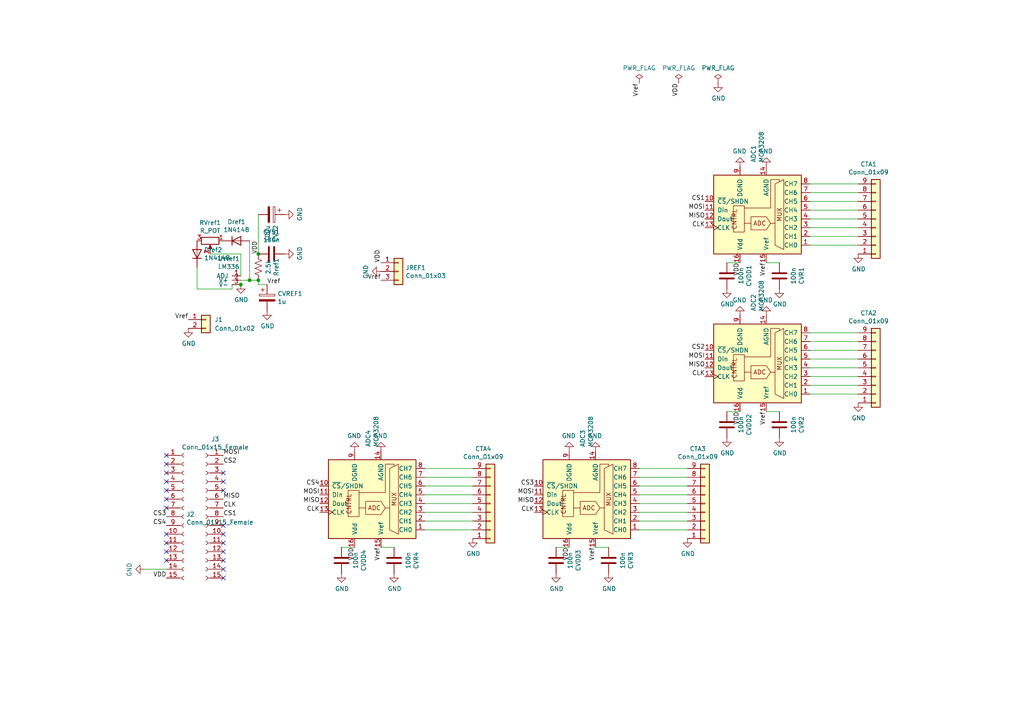
<source format=kicad_sch>
(kicad_sch (version 20231120) (generator "eeschema") (generator_version "8.0")
  (paper "A4")
  (lib_symbols
    (symbol "Analog_ADC:MCP3208" (pin_names (offset 1.016))
      (property "Reference" "U" (at -5.08 13.335 0))
      (property "Value" "MCP3208" (at -5.08 11.43 0))
      (symbol "MCP3208_0_0"
        (text "ADC" (at -0.635 1.27 0) (effects (font (size 1.27 1.27))))
        (text "CNTRL" (at 5.969 -2.921 900) (effects (font (size 1.27 1.27)) (justify left bottom)))
        (text "MUX" (at -6.35 -1.27 900) (effects (font (size 1.27 1.27))))
      )
      (symbol "MCP3208_0_1"
        (polyline (pts (xy -3.81 1.27) (xy -5.08 1.27)))
        (polyline (pts (xy 1.905 1.27) (xy 3.81 1.27)))
        (polyline (pts (xy -7.62 8.89) (xy -7.62 -11.43) (xy -5.08 -10.16) (xy -5.08 7.62) (xy -7.62 8.89)))
        (polyline (pts (xy 3.81 -3.175) (xy -3.81 -3.175) (xy -3.81 -11.43) (xy -6.35 -11.43) (xy -6.35 -10.795)))
        (polyline (pts (xy 1.905 3.175) (xy 1.905 -0.635) (xy -2.54 -0.635) (xy -3.81 1.27) (xy -2.54 3.175) (xy 1.905 3.175)))
        (rectangle (start 3.81 -3.81) (end 6.985 3.81))
        (rectangle (start 12.7 -12.7) (end -12.7 10.16) (stroke (width 0.254)) (fill (type background)))
      )
      (symbol "MCP3208_1_1"
        (pin input line (at -15.24 7.62 0) (length 2.54) (name "CH0") (number "1"))
        (pin input line (at 15.24 -5.08 180) (length 2.54) (name "~{CS}/SHDN") (number "10"))
        (pin input line (at 15.24 -2.54 180) (length 2.54) (name "Din") (number "11"))
        (pin output line (at 15.24 0 180) (length 2.54) (name "Dout") (number "12"))
        (pin input clock (at 15.24 2.54 180) (length 2.54) (name "CLK") (number "13"))
        (pin power_in line (at -2.54 -15.24 90) (length 2.54) (name "AGND") (number "14"))
        (pin power_in line (at -2.54 12.7 270) (length 2.54) (name "Vref") (number "15"))
        (pin power_in line (at 5.08 12.7 270) (length 2.54) (name "Vdd") (number "16"))
        (pin input line (at -15.24 5.08 0) (length 2.54) (name "CH1") (number "2"))
        (pin input line (at -15.24 2.54 0) (length 2.54) (name "CH2") (number "3"))
        (pin input line (at -15.24 0 0) (length 2.54) (name "CH3") (number "4"))
        (pin input line (at -15.24 -2.54 0) (length 2.54) (name "CH4") (number "5"))
        (pin input line (at -15.24 -5.08 0) (length 2.54) (name "CH5") (number "6"))
        (pin input line (at -15.24 -7.62 0) (length 2.54) (name "CH6") (number "7"))
        (pin input line (at -15.24 -10.16 0) (length 2.54) (name "CH7") (number "8"))
        (pin power_in line (at 5.08 -15.24 90) (length 2.54) (name "DGND") (number "9"))
      )
    )
    (symbol "Connector_Generic:Conn_01x02" (pin_names (offset 1.016) hide)
      (property "Reference" "J" (at 0 2.54 0))
      (property "Value" "Conn_01x02" (at 0 -5.08 0))
      (symbol "Conn_01x02_1_1"
        (rectangle (start -1.27 -2.413) (end 0 -2.667) (stroke (width 0.1524)))
        (rectangle (start -1.27 0.127) (end 0 -0.127) (stroke (width 0.1524)))
        (rectangle (start -1.27 1.27) (end 1.27 -3.81) (stroke (width 0.254)) (fill (type background)))
        (pin passive line (at -5.08 0 0) (length 3.81) (name "Pin_1") (number "1"))
        (pin passive line (at -5.08 -2.54 0) (length 3.81) (name "Pin_2") (number "2"))
      )
    )
    (symbol "Connector_Generic:Conn_01x03" (pin_names (offset 1.016) hide)
      (property "Reference" "J" (at 0 5.08 0))
      (property "Value" "Conn_01x03" (at 0 -5.08 0))
      (symbol "Conn_01x03_1_1"
        (rectangle (start -1.27 -2.413) (end 0 -2.667) (stroke (width 0.1524)))
        (rectangle (start -1.27 0.127) (end 0 -0.127) (stroke (width 0.1524)))
        (rectangle (start -1.27 2.667) (end 0 2.413) (stroke (width 0.1524)))
        (rectangle (start -1.27 3.81) (end 1.27 -3.81) (stroke (width 0.254)) (fill (type background)))
        (pin passive line (at -5.08 2.54 0) (length 3.81) (name "Pin_1") (number "1"))
        (pin passive line (at -5.08 0 0) (length 3.81) (name "Pin_2") (number "2"))
        (pin passive line (at -5.08 -2.54 0) (length 3.81) (name "Pin_3") (number "3"))
      )
    )
    (symbol "Connector_Generic:Conn_01x09" (pin_names (offset 1.016) hide)
      (property "Reference" "J" (at 0 12.7 0))
      (property "Value" "Conn_01x09" (at 0 -12.7 0))
      (symbol "Conn_01x09_1_1"
        (rectangle (start -1.27 -10.033) (end 0 -10.287) (stroke (width 0.1524)))
        (rectangle (start -1.27 -7.493) (end 0 -7.747) (stroke (width 0.1524)))
        (rectangle (start -1.27 -4.953) (end 0 -5.207) (stroke (width 0.1524)))
        (rectangle (start -1.27 -2.413) (end 0 -2.667) (stroke (width 0.1524)))
        (rectangle (start -1.27 0.127) (end 0 -0.127) (stroke (width 0.1524)))
        (rectangle (start -1.27 2.667) (end 0 2.413) (stroke (width 0.1524)))
        (rectangle (start -1.27 5.207) (end 0 4.953) (stroke (width 0.1524)))
        (rectangle (start -1.27 7.747) (end 0 7.493) (stroke (width 0.1524)))
        (rectangle (start -1.27 10.287) (end 0 10.033) (stroke (width 0.1524)))
        (rectangle (start -1.27 11.43) (end 1.27 -11.43) (stroke (width 0.254)) (fill (type background)))
        (pin passive line (at -5.08 10.16 0) (length 3.81) (name "Pin_1") (number "1"))
        (pin passive line (at -5.08 7.62 0) (length 3.81) (name "Pin_2") (number "2"))
        (pin passive line (at -5.08 5.08 0) (length 3.81) (name "Pin_3") (number "3"))
        (pin passive line (at -5.08 2.54 0) (length 3.81) (name "Pin_4") (number "4"))
        (pin passive line (at -5.08 0 0) (length 3.81) (name "Pin_5") (number "5"))
        (pin passive line (at -5.08 -2.54 0) (length 3.81) (name "Pin_6") (number "6"))
        (pin passive line (at -5.08 -5.08 0) (length 3.81) (name "Pin_7") (number "7"))
        (pin passive line (at -5.08 -7.62 0) (length 3.81) (name "Pin_8") (number "8"))
        (pin passive line (at -5.08 -10.16 0) (length 3.81) (name "Pin_9") (number "9"))
      )
    )
    (symbol "Device:C" (pin_numbers hide) (pin_names (offset 0.254))
      (property "Reference" "C" (at 0.635 2.54 0))
      (property "Value" "C" (at 0.635 -2.54 0))
      (symbol "C_0_1"
        (polyline (pts (xy -2.032 -0.762) (xy 2.032 -0.762)) (stroke (width 0.508)))
        (polyline (pts (xy -2.032 0.762) (xy 2.032 0.762)) (stroke (width 0.508)))
      )
      (symbol "C_1_1"
        (pin passive line (at 0 3.81 270) (length 2.794) (name "~") (number "1"))
        (pin passive line (at 0 -3.81 90) (length 2.794) (name "~") (number "2"))
      )
    )
    (symbol "Device:R_US" (pin_numbers hide) (pin_names (offset 0))
      (property "Reference" "R" (at 2.54 0 90))
      (property "Value" "R_US" (at -2.54 0 90))
      (symbol "R_US_0_1"
        (polyline (pts (xy 0 -2.286) (xy 0 -2.54)))
        (polyline (pts (xy 0 2.286) (xy 0 2.54)))
        (polyline (pts (xy 0 -0.762) (xy 1.016 -1.143) (xy 0 -1.524) (xy -1.016 -1.905) (xy 0 -2.286)))
        (polyline (pts (xy 0 0.762) (xy 1.016 0.381) (xy 0 0) (xy -1.016 -0.381) (xy 0 -0.762)))
        (polyline (pts (xy 0 2.286) (xy 1.016 1.905) (xy 0 1.524) (xy -1.016 1.143) (xy 0 0.762)))
      )
      (symbol "R_US_1_1"
        (pin passive line (at 0 3.81 270) (length 1.27) (name "~") (number "1"))
        (pin passive line (at 0 -3.81 90) (length 1.27) (name "~") (number "2"))
      )
    )
    (symbol "Diode:1N4148" (pin_numbers hide) (pin_names hide)
      (property "Reference" "D" (at 0 2.54 0))
      (property "Value" "1N4148" (at 0 -2.54 0))
      (symbol "1N4148_0_1"
        (polyline (pts (xy -1.27 1.27) (xy -1.27 -1.27)) (stroke (width 0.254)))
        (polyline (pts (xy 1.27 0) (xy -1.27 0)))
        (polyline (pts (xy 1.27 1.27) (xy 1.27 -1.27) (xy -1.27 0) (xy 1.27 1.27)) (stroke (width 0.254)))
      )
      (symbol "1N4148_1_1"
        (pin passive line (at -3.81 0 0) (length 2.54) (name "K") (number "1"))
        (pin passive line (at 3.81 0 180) (length 2.54) (name "A") (number "2"))
      )
    )
    (symbol "espmcpdaq-rescue:CP-Device" (pin_numbers hide) (pin_names (offset 0.254))
      (property "Reference" "C" (at 0.635 2.54 0))
      (property "Value" "Device_CP" (at 0.635 -2.54 0))
      (symbol "CP-Device_0_1"
        (rectangle (start -2.286 0.508) (end 2.286 1.016))
        (polyline (pts (xy -1.778 2.286) (xy -0.762 2.286)))
        (polyline (pts (xy -1.27 2.794) (xy -1.27 1.778)))
        (rectangle (start 2.286 -0.508) (end -2.286 -1.016) (fill (type outline)))
      )
      (symbol "CP-Device_1_1"
        (pin passive line (at 0 3.81 270) (length 2.794) (name "~") (number "1"))
        (pin passive line (at 0 -3.81 90) (length 2.794) (name "~") (number "2"))
      )
    )
    (symbol "espmcpdaq-rescue:Conn_01x15_Female-Connector" (pin_names (offset 1.016) hide)
      (property "Reference" "J" (at 0 20.32 0))
      (property "Value" "Connector_Conn_01x15_Female" (at 0 -20.32 0))
      (symbol "Conn_01x15_Female-Connector_1_1"
        (arc (start 0 -17.272) (mid -0.508 -17.78) (end 0 -18.288) (stroke (width 0.1524)))
        (arc (start 0 -14.732) (mid -0.508 -15.24) (end 0 -15.748) (stroke (width 0.1524)))
        (arc (start 0 -12.192) (mid -0.508 -12.7) (end 0 -13.208) (stroke (width 0.1524)))
        (arc (start 0 -9.652) (mid -0.508 -10.16) (end 0 -10.668) (stroke (width 0.1524)))
        (arc (start 0 -7.112) (mid -0.508 -7.62) (end 0 -8.128) (stroke (width 0.1524)))
        (arc (start 0 -4.572) (mid -0.508 -5.08) (end 0 -5.588) (stroke (width 0.1524)))
        (arc (start 0 -2.032) (mid -0.508 -2.54) (end 0 -3.048) (stroke (width 0.1524)))
        (polyline (pts (xy -1.27 -17.78) (xy -0.508 -17.78)) (stroke (width 0.1524)))
        (polyline (pts (xy -1.27 -15.24) (xy -0.508 -15.24)) (stroke (width 0.1524)))
        (polyline (pts (xy -1.27 -12.7) (xy -0.508 -12.7)) (stroke (width 0.1524)))
        (polyline (pts (xy -1.27 -10.16) (xy -0.508 -10.16)) (stroke (width 0.1524)))
        (polyline (pts (xy -1.27 -7.62) (xy -0.508 -7.62)) (stroke (width 0.1524)))
        (polyline (pts (xy -1.27 -5.08) (xy -0.508 -5.08)) (stroke (width 0.1524)))
        (polyline (pts (xy -1.27 -2.54) (xy -0.508 -2.54)) (stroke (width 0.1524)))
        (polyline (pts (xy -1.27 0) (xy -0.508 0)) (stroke (width 0.1524)))
        (polyline (pts (xy -1.27 2.54) (xy -0.508 2.54)) (stroke (width 0.1524)))
        (polyline (pts (xy -1.27 5.08) (xy -0.508 5.08)) (stroke (width 0.1524)))
        (polyline (pts (xy -1.27 7.62) (xy -0.508 7.62)) (stroke (width 0.1524)))
        (polyline (pts (xy -1.27 10.16) (xy -0.508 10.16)) (stroke (width 0.1524)))
        (polyline (pts (xy -1.27 12.7) (xy -0.508 12.7)) (stroke (width 0.1524)))
        (polyline (pts (xy -1.27 15.24) (xy -0.508 15.24)) (stroke (width 0.1524)))
        (polyline (pts (xy -1.27 17.78) (xy -0.508 17.78)) (stroke (width 0.1524)))
        (arc (start 0 0.508) (mid -0.508 0) (end 0 -0.508) (stroke (width 0.1524)))
        (arc (start 0 3.048) (mid -0.508 2.54) (end 0 2.032) (stroke (width 0.1524)))
        (arc (start 0 5.588) (mid -0.508 5.08) (end 0 4.572) (stroke (width 0.1524)))
        (arc (start 0 8.128) (mid -0.508 7.62) (end 0 7.112) (stroke (width 0.1524)))
        (arc (start 0 10.668) (mid -0.508 10.16) (end 0 9.652) (stroke (width 0.1524)))
        (arc (start 0 13.208) (mid -0.508 12.7) (end 0 12.192) (stroke (width 0.1524)))
        (arc (start 0 15.748) (mid -0.508 15.24) (end 0 14.732) (stroke (width 0.1524)))
        (arc (start 0 18.288) (mid -0.508 17.78) (end 0 17.272) (stroke (width 0.1524)))
        (pin passive line (at -5.08 17.78 0) (length 3.81) (name "Pin_1") (number "1"))
        (pin passive line (at -5.08 -5.08 0) (length 3.81) (name "Pin_10") (number "10"))
        (pin passive line (at -5.08 -7.62 0) (length 3.81) (name "Pin_11") (number "11"))
        (pin passive line (at -5.08 -10.16 0) (length 3.81) (name "Pin_12") (number "12"))
        (pin passive line (at -5.08 -12.7 0) (length 3.81) (name "Pin_13") (number "13"))
        (pin passive line (at -5.08 -15.24 0) (length 3.81) (name "Pin_14") (number "14"))
        (pin passive line (at -5.08 -17.78 0) (length 3.81) (name "Pin_15") (number "15"))
        (pin passive line (at -5.08 15.24 0) (length 3.81) (name "Pin_2") (number "2"))
        (pin passive line (at -5.08 12.7 0) (length 3.81) (name "Pin_3") (number "3"))
        (pin passive line (at -5.08 10.16 0) (length 3.81) (name "Pin_4") (number "4"))
        (pin passive line (at -5.08 7.62 0) (length 3.81) (name "Pin_5") (number "5"))
        (pin passive line (at -5.08 5.08 0) (length 3.81) (name "Pin_6") (number "6"))
        (pin passive line (at -5.08 2.54 0) (length 3.81) (name "Pin_7") (number "7"))
        (pin passive line (at -5.08 0 0) (length 3.81) (name "Pin_8") (number "8"))
        (pin passive line (at -5.08 -2.54 0) (length 3.81) (name "Pin_9") (number "9"))
      )
    )
    (symbol "espmcpdaq-rescue:GND-power" (power) (pin_names (offset 0))
      (property "Value" "power_GND" (at 0 -3.81 0))
      (symbol "GND-power_0_1"
        (polyline (pts (xy 0 0) (xy 0 -1.27) (xy 1.27 -1.27) (xy 0 -2.54) (xy -1.27 -1.27) (xy 0 -1.27)))
      )
      (symbol "GND-power_1_1"
        (pin power_in line (at 0 0 270) (length 0) hide (name "GND") (number "1"))
      )
    )
    (symbol "espmcpdaq-rescue:LM336-lm336" (pin_names (offset 1.016))
      (property "Reference" "U" (at 0 0 0))
      (property "Value" "lm336_LM336" (at -1.27 5.08 0))
      (symbol "LM336-lm336_0_0"
        (pin unspecified line (at 0 0 0) (length 2.54) (name "ADJ") (number "1"))
        (pin unspecified line (at 0 1.27 0) (length 2.54) (name "V+") (number "2"))
        (pin unspecified line (at 0 2.54 0) (length 2.54) (name "V-") (number "3"))
      )
    )
    (symbol "espmcpdaq-rescue:PWR_FLAG-power" (power) (pin_numbers hide) (pin_names (offset 0) hide)
      (property "Value" "power_PWR_FLAG" (at 0 3.81 0))
      (symbol "PWR_FLAG-power_0_0"
        (pin power_out line (at 0 0 90) (length 0) (name "pwr") (number "1"))
      )
      (symbol "PWR_FLAG-power_0_1"
        (polyline (pts (xy 0 0) (xy 0 1.27) (xy -1.016 1.905) (xy 0 2.54) (xy 1.016 1.905) (xy 0 1.27)))
      )
    )
    (symbol "espmcpdaq-rescue:R_POT-Device" (pin_names (offset 1.016) hide)
      (property "Reference" "RV" (at -4.445 0 90))
      (property "Value" "Device_R_POT" (at -2.54 0 90))
      (symbol "R_POT-Device_0_1"
        (polyline (pts (xy 2.54 0) (xy 1.524 0)))
        (polyline (pts (xy 1.143 0) (xy 2.286 0.508) (xy 2.286 -0.508) (xy 1.143 0)) (fill (type outline)))
        (rectangle (start 1.016 2.54) (end -1.016 -2.54) (stroke (width 0.254)))
      )
      (symbol "R_POT-Device_1_1"
        (pin passive line (at 0 3.81 270) (length 1.27) (name "1") (number "1"))
        (pin passive line (at 3.81 0 180) (length 1.27) (name "2") (number "2"))
        (pin passive line (at 0 -3.81 90) (length 1.27) (name "3") (number "3"))
      )
    )
  )
  (junction (at 74.93 81.28))
  (junction (at 69.85 82.55))
  (junction (at 74.93 73.66))
  (junction (at 72.39 81.28))
  (no_connect (at 64.77 137.16))
  (no_connect (at 64.77 160.02))
  (no_connect (at 64.77 154.94))
  (no_connect (at 64.77 142.24))
  (no_connect (at 48.26 157.48))
  (no_connect (at 48.26 134.62))
  (no_connect (at 64.77 162.56))
  (no_connect (at 48.26 147.32))
  (no_connect (at 64.77 152.4))
  (no_connect (at 48.26 132.08))
  (no_connect (at 48.26 139.7))
  (no_connect (at 48.26 142.24))
  (no_connect (at 48.26 154.94))
  (no_connect (at 64.77 139.7))
  (no_connect (at 64.77 157.48))
  (no_connect (at 48.26 160.02))
  (no_connect (at 48.26 162.56))
  (no_connect (at 48.26 144.78))
  (no_connect (at 64.77 167.64))
  (no_connect (at 64.77 165.1))
  (no_connect (at 48.26 137.16))
  (wire (pts (xy 234.95 111.76) (xy 248.92 111.76)))
  (wire (pts (xy 72.39 69.85) (xy 72.39 81.28)))
  (wire (pts (xy 67.31 83.82) (xy 67.31 82.55)))
  (wire (pts (xy 72.39 81.28) (xy 74.93 81.28)))
  (wire (pts (xy 234.95 55.88) (xy 248.92 55.88)))
  (wire (pts (xy 234.95 60.96) (xy 248.92 60.96)))
  (wire (pts (xy 234.95 71.12) (xy 248.92 71.12)))
  (wire (pts (xy 74.93 81.28) (xy 74.93 82.55)))
  (wire (pts (xy 74.93 82.55) (xy 77.47 82.55)))
  (wire (pts (xy 57.15 83.82) (xy 67.31 83.82)))
  (wire (pts (xy 123.19 153.67) (xy 137.16 153.67)))
  (wire (pts (xy 185.42 146.05) (xy 199.39 146.05)))
  (wire (pts (xy 234.95 109.22) (xy 248.92 109.22)))
  (wire (pts (xy 123.19 151.13) (xy 137.16 151.13)))
  (wire (pts (xy 185.42 143.51) (xy 199.39 143.51)))
  (wire (pts (xy 234.95 101.6) (xy 248.92 101.6)))
  (wire (pts (xy 234.95 106.68) (xy 248.92 106.68)))
  (wire (pts (xy 67.31 82.55) (xy 69.85 82.55)))
  (wire (pts (xy 234.95 66.04) (xy 248.92 66.04)))
  (wire (pts (xy 123.19 148.59) (xy 137.16 148.59)))
  (wire (pts (xy 69.85 73.66) (xy 60.96 73.66)))
  (wire (pts (xy 210.82 76.2) (xy 214.63 76.2)))
  (wire (pts (xy 185.42 151.13) (xy 199.39 151.13)))
  (wire (pts (xy 185.42 138.43) (xy 199.39 138.43)))
  (wire (pts (xy 234.95 96.52) (xy 248.92 96.52)))
  (wire (pts (xy 234.95 63.5) (xy 248.92 63.5)))
  (wire (pts (xy 234.95 114.3) (xy 248.92 114.3)))
  (wire (pts (xy 161.29 158.75) (xy 165.1 158.75)))
  (wire (pts (xy 185.42 135.89) (xy 199.39 135.89)))
  (wire (pts (xy 69.85 80.01) (xy 69.85 73.66)))
  (wire (pts (xy 226.06 119.38) (xy 222.25 119.38)))
  (wire (pts (xy 123.19 143.51) (xy 137.16 143.51)))
  (wire (pts (xy 99.06 158.75) (xy 102.87 158.75)))
  (wire (pts (xy 234.95 104.14) (xy 248.92 104.14)))
  (wire (pts (xy 234.95 58.42) (xy 248.92 58.42)))
  (wire (pts (xy 185.42 140.97) (xy 199.39 140.97)))
  (wire (pts (xy 123.19 135.89) (xy 137.16 135.89)))
  (wire (pts (xy 74.93 73.66) (xy 74.93 62.23)))
  (wire (pts (xy 123.19 138.43) (xy 137.16 138.43)))
  (wire (pts (xy 57.15 77.47) (xy 57.15 83.82)))
  (wire (pts (xy 185.42 148.59) (xy 199.39 148.59)))
  (wire (pts (xy 234.95 68.58) (xy 248.92 68.58)))
  (wire (pts (xy 123.19 146.05) (xy 137.16 146.05)))
  (wire (pts (xy 185.42 153.67) (xy 199.39 153.67)))
  (wire (pts (xy 210.82 119.38) (xy 214.63 119.38)))
  (wire (pts (xy 41.91 165.1) (xy 48.26 165.1)))
  (wire (pts (xy 69.85 81.28) (xy 72.39 81.28)))
  (wire (pts (xy 123.19 140.97) (xy 137.16 140.97)))
  (wire (pts (xy 114.3 158.75) (xy 110.49 158.75)))
  (wire (pts (xy 234.95 99.06) (xy 248.92 99.06)))
  (wire (pts (xy 234.95 53.34) (xy 248.92 53.34)))
  (wire (pts (xy 226.06 76.2) (xy 222.25 76.2)))
  (wire (pts (xy 176.53 158.75) (xy 172.72 158.75)))
  (label "Vref" (at 222.25 119.38 270))
  (label "MISO" (at 154.94 146.05 180))
  (label "VDD" (at 74.93 73.66 90))
  (label "CS2" (at 204.47 101.6 180))
  (label "MOSI" (at 92.71 143.51 180))
  (label "CLK" (at 154.94 148.59 180))
  (label "MISO" (at 64.77 144.78 0))
  (label "MISO" (at 204.47 106.68 180))
  (label "CLK" (at 204.47 66.04 180))
  (label "CLK" (at 204.47 109.22 180))
  (label "CS4" (at 92.71 140.97 180))
  (label "CS1" (at 204.47 58.42 180))
  (label "CS3" (at 154.94 140.97 180))
  (label "VDD" (at 214.63 119.38 270))
  (label "MOSI" (at 154.94 143.51 180))
  (label "Vref" (at 110.49 81.28 180))
  (label "MOSI" (at 64.77 132.08 0))
  (label "CS1" (at 64.77 149.86 0))
  (label "MOSI" (at 204.47 104.14 180))
  (label "VDD" (at 110.49 76.2 90))
  (label "VDD" (at 165.1 158.75 270))
  (label "Vref" (at 110.49 158.75 270))
  (label "Vref" (at 185.42 24.13 270))
  (label "Vref" (at 77.47 82.55 0))
  (label "Vref" (at 54.61 92.71 180))
  (label "VDD" (at 102.87 158.75 270))
  (label "CS4" (at 48.26 152.4 180))
  (label "Vref" (at 172.72 158.75 270))
  (label "VDD" (at 196.85 24.13 270))
  (label "VDD" (at 214.63 76.2 270))
  (label "MOSI" (at 204.47 60.96 180))
  (label "CS2" (at 64.77 134.62 0))
  (label "VDD" (at 48.26 167.64 180))
  (label "Vref" (at 222.25 76.2 270))
  (label "MISO" (at 92.71 146.05 180))
  (label "CLK" (at 64.77 147.32 0))
  (label "MISO" (at 204.47 63.5 180))
  (label "CS3" (at 48.26 149.86 180))
  (label "CLK" (at 92.71 148.59 180))
  (symbol (lib_id "espmcpdaq-rescue:PWR_FLAG-power") (at 208.28 24.13 0) (unit 1)
    (property "Reference" "#FLG0102" (effects (hide yes)))
    (property "Value" "PWR_FLAG" (at 208.28 19.7358 0))
  )
  (symbol (lib_id "espmcpdaq-rescue:GND-power") (at 208.28 24.13 0) (unit 1)
    (property "Reference" "#PWR0111" (effects (hide yes)))
    (property "Value" "GND" (at 208.407 28.5242 0))
  )
  (symbol (lib_id "espmcpdaq-rescue:GND-power") (at 214.63 48.26 180) (unit 1)
    (property "Reference" "#PWR0113" (effects (hide yes)))
    (property "Value" "GND" (at 214.503 43.8658 0))
  )
  (symbol (lib_id "espmcpdaq-rescue:PWR_FLAG-power") (at 196.85 24.13 0) (unit 1)
    (property "Reference" "#FLG0103" (effects (hide yes)))
    (property "Value" "PWR_FLAG" (at 196.85 19.7358 0))
  )
  (symbol (lib_id "espmcpdaq-rescue:GND-power") (at 214.63 91.44 180) (unit 1)
    (property "Reference" "#PWR0103" (effects (hide yes)))
    (property "Value" "GND" (at 214.503 87.0458 0))
  )
  (symbol (lib_id "Analog_ADC:MCP3208") (at 219.71 106.68 180) (unit 1)
    (property "Reference" "ADC2" (at 218.5416 90.3224 90) (effects (justify right)))
    (property "Value" "MCP3208" (at 220.853 90.3224 90) (effects (justify right)))
    (property "Footprint" "Package_DIP:DIP-16_W7.62mm_LongPads" (effects (hide yes)))
    (property "Datasheet" "http://ww1.microchip.com/downloads/en/DeviceDoc/21298c.pdf" (effects (hide yes)))
  )
  (symbol (lib_id "espmcpdaq-rescue:GND-power") (at 165.1 130.81 180) (unit 1)
    (property "Reference" "#PWR0115" (effects (hide yes)))
    (property "Value" "GND" (at 164.973 126.4158 0))
  )
  (symbol (lib_id "Analog_ADC:MCP3208") (at 170.18 146.05 180) (unit 1)
    (property "Reference" "ADC3" (at 169.0116 129.6924 90) (effects (justify right)))
    (property "Value" "MCP3208" (at 171.323 129.6924 90) (effects (justify right)))
    (property "Footprint" "Package_DIP:DIP-16_W7.62mm_LongPads" (effects (hide yes)))
    (property "Datasheet" "http://ww1.microchip.com/downloads/en/DeviceDoc/21298c.pdf" (effects (hide yes)))
  )
  (symbol (lib_id "espmcpdaq-rescue:GND-power") (at 102.87 130.81 180) (unit 1)
    (property "Reference" "#PWR0116" (effects (hide yes)))
    (property "Value" "GND" (at 102.743 126.4158 0))
  )
  (symbol (lib_id "Analog_ADC:MCP3208") (at 107.95 146.05 180) (unit 1)
    (property "Reference" "ADC4" (at 106.7816 129.6924 90) (effects (justify right)))
    (property "Value" "MCP3208" (at 109.093 129.6924 90) (effects (justify right)))
    (property "Footprint" "Package_DIP:DIP-16_W7.62mm_LongPads" (effects (hide yes)))
    (property "Datasheet" "http://ww1.microchip.com/downloads/en/DeviceDoc/21298c.pdf" (effects (hide yes)))
  )
  (symbol (lib_id "Device:C") (at 226.06 80.01 180) (unit 1)
    (property "Reference" "CVR1" (at 232.4608 80.01 90))
    (property "Value" "100n" (at 230.1494 80.01 90))
    (property "Footprint" "Capacitor_THT:C_Rect_L7.2mm_W3.0mm_P5.00mm_FKS2_FKP2_MKS2_MKP2" (effects (hide yes)))
  )
  (symbol (lib_id "Device:C") (at 210.82 80.01 180) (unit 1)
    (property "Reference" "CVDD1" (at 217.2208 80.01 90))
    (property "Value" "100n" (at 214.9094 80.01 90))
    (property "Footprint" "Capacitor_THT:C_Rect_L7.2mm_W3.0mm_P5.00mm_FKS2_FKP2_MKS2_MKP2" (effects (hide yes)))
  )
  (symbol (lib_id "espmcpdaq-rescue:GND-power") (at 226.06 83.82 0) (unit 1)
    (property "Reference" "#PWR0117" (effects (hide yes)))
    (property "Value" "GND" (at 226.187 88.2142 0))
  )
  (symbol (lib_id "espmcpdaq-rescue:GND-power") (at 226.06 127 0) (unit 1)
    (property "Reference" "#PWR0118" (effects (hide yes)))
    (property "Value" "GND" (at 226.187 131.3942 0))
  )
  (symbol (lib_id "Device:C") (at 210.82 123.19 180) (unit 1)
    (property "Reference" "CVDD2" (at 217.2208 123.19 90))
    (property "Value" "100n" (at 214.9094 123.19 90))
    (property "Footprint" "Capacitor_THT:C_Rect_L7.2mm_W3.0mm_P5.00mm_FKS2_FKP2_MKS2_MKP2" (effects (hide yes)))
  )
  (symbol (lib_id "espmcpdaq-rescue:GND-power") (at 210.82 127 0) (unit 1)
    (property "Reference" "#PWR0119" (effects (hide yes)))
    (property "Value" "GND" (at 210.947 131.3942 0))
  )
  (symbol (lib_id "Device:C") (at 226.06 123.19 180) (unit 1)
    (property "Reference" "CVR2" (at 232.4608 123.19 90))
    (property "Value" "100n" (at 230.1494 123.19 90))
    (property "Footprint" "Capacitor_THT:C_Rect_L7.2mm_W3.0mm_P5.00mm_FKS2_FKP2_MKS2_MKP2" (effects (hide yes)))
  )
  (symbol (lib_id "espmcpdaq-rescue:GND-power") (at 176.53 166.37 0) (unit 1)
    (property "Reference" "#PWR0120" (effects (hide yes)))
    (property "Value" "GND" (at 176.657 170.7642 0))
  )
  (symbol (lib_id "Device:C") (at 161.29 162.56 180) (unit 1)
    (property "Reference" "CVDD3" (at 167.6908 162.56 90))
    (property "Value" "100n" (at 165.3794 162.56 90))
    (property "Footprint" "Capacitor_THT:C_Rect_L7.2mm_W3.0mm_P5.00mm_FKS2_FKP2_MKS2_MKP2" (effects (hide yes)))
  )
  (symbol (lib_id "espmcpdaq-rescue:GND-power") (at 161.29 166.37 0) (unit 1)
    (property "Reference" "#PWR0121" (effects (hide yes)))
    (property "Value" "GND" (at 161.417 170.7642 0))
  )
  (symbol (lib_id "Device:C") (at 176.53 162.56 180) (unit 1)
    (property "Reference" "CVR3" (at 182.9308 162.56 90))
    (property "Value" "100n" (at 180.6194 162.56 90))
    (property "Footprint" "Capacitor_THT:C_Rect_L7.2mm_W3.0mm_P5.00mm_FKS2_FKP2_MKS2_MKP2" (effects (hide yes)))
  )
  (symbol (lib_id "espmcpdaq-rescue:GND-power") (at 114.3 166.37 0) (unit 1)
    (property "Reference" "#PWR0122" (effects (hide yes)))
    (property "Value" "GND" (at 114.427 170.7642 0))
  )
  (symbol (lib_id "Device:C") (at 99.06 162.56 180) (unit 1)
    (property "Reference" "CVDD4" (at 105.4608 162.56 90))
    (property "Value" "100n" (at 103.1494 162.56 90))
    (property "Footprint" "Capacitor_THT:C_Rect_L7.2mm_W3.0mm_P5.00mm_FKS2_FKP2_MKS2_MKP2" (effects (hide yes)))
  )
  (symbol (lib_id "espmcpdaq-rescue:GND-power") (at 99.06 166.37 0) (unit 1)
    (property "Reference" "#PWR0123" (effects (hide yes)))
    (property "Value" "GND" (at 99.187 170.7642 0))
  )
  (symbol (lib_id "Device:C") (at 114.3 162.56 180) (unit 1)
    (property "Reference" "CVR4" (at 120.7008 162.56 90))
    (property "Value" "100n" (at 118.3894 162.56 90))
    (property "Footprint" "Capacitor_THT:C_Rect_L7.2mm_W3.0mm_P5.00mm_FKS2_FKP2_MKS2_MKP2" (effects (hide yes)))
  )
  (symbol (lib_id "espmcpdaq-rescue:LM336-lm336") (at 69.85 80.01 180) (unit 1)
    (property "Reference" "UVref1" (at 66.3448 75.057 0))
    (property "Value" "LM336" (at 66.3448 77.3684 0))
    (property "Footprint" "Package_TO_SOT_THT:TO-92L_Inline_Wide" (effects (hide yes)))
  )
  (symbol (lib_id "espmcpdaq-rescue:CP-Device") (at 77.47 86.36 0) (unit 1)
    (property "Reference" "CVREF1" (at 80.4672 85.1916 0) (effects (justify left)))
    (property "Value" "1u" (at 80.4672 87.503 0) (effects (justify left)))
    (property "Footprint" "Capacitor_THT:CP_Radial_D4.0mm_P2.00mm" (effects (hide yes)))
  )
  (symbol (lib_id "espmcpdaq-rescue:GND-power") (at 77.47 90.17 0) (unit 1)
    (property "Reference" "#PWR0124" (effects (hide yes)))
    (property "Value" "GND" (at 77.597 94.5642 0))
  )
  (symbol (lib_id "espmcpdaq-rescue:GND-power") (at 82.55 73.66 90) (unit 1)
    (property "Reference" "#PWR0125" (effects (hide yes)))
    (property "Value" "GND" (at 86.9442 73.533 0))
  )
  (symbol (lib_id "Device:R_US") (at 74.93 77.47 180) (unit 1)
    (property "Reference" "Rref1" (at 80.137 77.47 90))
    (property "Value" "2.5k" (at 77.8256 77.47 90))
    (property "Footprint" "Resistor_THT:R_Axial_DIN0207_L6.3mm_D2.5mm_P10.16mm_Horizontal" (effects (hide yes)))
  )
  (symbol (lib_id "Device:C") (at 78.74 73.66 270) (unit 1)
    (property "Reference" "CV51" (at 78.74 67.2592 90))
    (property "Value" "100n" (at 78.74 69.5706 90))
    (property "Footprint" "Capacitor_THT:C_Rect_L7.2mm_W3.0mm_P5.00mm_FKS2_FKP2_MKS2_MKP2" (effects (hide yes)))
  )
  (symbol (lib_id "espmcpdaq-rescue:GND-power") (at 210.82 83.82 0) (unit 1)
    (property "Reference" "#PWR0104" (effects (hide yes)))
    (property "Value" "GND" (at 210.947 88.2142 0))
  )
  (symbol (lib_id "espmcpdaq-rescue:GND-power") (at 69.85 82.55 0) (unit 1)
    (property "Reference" "#PWR0107" (effects (hide yes)))
    (property "Value" "GND" (at 69.977 86.9442 0))
  )
  (symbol (lib_id "espmcpdaq-rescue:R_POT-Device") (at 60.96 69.85 270) (unit 1)
    (property "Reference" "RVref1" (at 60.96 64.5922 90))
    (property "Value" "R_POT" (at 60.96 66.9036 90))
    (property "Footprint" "Potentiometer_THT:Potentiometer_Bourns_3296W_Vertical" (effects (hide yes)))
  )
  (symbol (lib_id "Diode:1N4148") (at 68.58 69.85 0) (unit 1)
    (property "Reference" "Dref1" (at 68.58 64.3382 0))
    (property "Value" "1N4148" (at 68.58 66.6496 0))
    (property "Footprint" "Diode_THT:D_DO-35_SOD27_P7.62mm_Horizontal" (effects (hide yes)))
    (property "Datasheet" "https://assets.nexperia.com/documents/data-sheet/1N4148_1N4448.pdf" (effects (hide yes)))
  )
  (symbol (lib_id "Diode:1N4148") (at 57.15 73.66 90) (unit 1)
    (property "Reference" "Dref2" (at 59.182 72.4916 90) (effects (justify right)))
    (property "Value" "1N4148" (at 59.182 74.803 90) (effects (justify right)))
    (property "Footprint" "Diode_THT:D_DO-35_SOD27_P7.62mm_Horizontal" (effects (hide yes)))
    (property "Datasheet" "https://assets.nexperia.com/documents/data-sheet/1N4148_1N4448.pdf" (effects (hide yes)))
  )
  (symbol (lib_id "Analog_ADC:MCP3208") (at 219.71 63.5 180) (unit 1)
    (property "Reference" "ADC1" (at 218.5416 47.1424 90) (effects (justify right)))
    (property "Value" "MCP3208" (at 220.853 47.1424 90) (effects (justify right)))
    (property "Footprint" "Package_DIP:DIP-16_W7.62mm_LongPads" (effects (hide yes)))
    (property "Datasheet" "http://ww1.microchip.com/downloads/en/DeviceDoc/21298c.pdf" (effects (hide yes)))
  )
  (symbol (lib_id "Connector_Generic:Conn_01x03") (at 115.57 78.74 0) (unit 1)
    (property "Reference" "JREF1" (at 117.602 77.6732 0) (effects (justify left)))
    (property "Value" "Conn_01x03" (at 117.602 79.9846 0) (effects (justify left)))
    (property "Footprint" "TerminalBlock:TerminalBlock_bornier-3_P5.08mm" (effects (hide yes)))
  )
  (symbol (lib_id "espmcpdaq-rescue:GND-power") (at 110.49 78.74 270) (unit 1)
    (property "Reference" "#PWR0102" (effects (hide yes)))
    (property "Value" "GND" (at 106.0958 78.867 0))
  )
  (symbol (lib_id "Connector_Generic:Conn_01x09") (at 254 63.5 0) (mirror x) (unit 1)
    (property "Reference" "CTA1" (at 251.9172 47.625 0))
    (property "Value" "Conn_01x09" (at 251.9172 49.9364 0))
    (property "Footprint" "Connector_PinHeader_2.54mm:PinHeader_1x09_P2.54mm_Vertical" (effects (hide yes)))
  )
  (symbol (lib_id "Connector_Generic:Conn_01x09") (at 254 106.68 0) (mirror x) (unit 1)
    (property "Reference" "CTA2" (at 251.9172 90.805 0))
    (property "Value" "Conn_01x09" (at 251.9172 93.1164 0))
    (property "Footprint" "Connector_PinHeader_2.54mm:PinHeader_1x09_P2.54mm_Vertical" (effects (hide yes)))
  )
  (symbol (lib_id "Connector_Generic:Conn_01x09") (at 204.47 146.05 0) (mirror x) (unit 1)
    (property "Reference" "CTA3" (at 202.3872 130.175 0))
    (property "Value" "Conn_01x09" (at 202.3872 132.4864 0))
    (property "Footprint" "Connector_PinHeader_2.54mm:PinHeader_1x09_P2.54mm_Vertical" (effects (hide yes)))
  )
  (symbol (lib_id "Connector_Generic:Conn_01x09") (at 142.24 146.05 0) (mirror x) (unit 1)
    (property "Reference" "CTA4" (at 140.1572 130.175 0))
    (property "Value" "Conn_01x09" (at 140.1572 132.4864 0))
    (property "Footprint" "Connector_PinHeader_2.54mm:PinHeader_1x09_P2.54mm_Vertical" (effects (hide yes)))
  )
  (symbol (lib_id "espmcpdaq-rescue:PWR_FLAG-power") (at 185.42 24.13 0) (unit 1)
    (property "Reference" "#FLG0107" (effects (hide yes)))
    (property "Value" "PWR_FLAG" (at 185.42 19.7358 0))
  )
  (symbol (lib_id "espmcpdaq-rescue:GND-power") (at 222.25 91.44 180) (unit 1)
    (property "Reference" "#PWR0105" (effects (hide yes)))
    (property "Value" "GND" (at 222.123 87.0458 0))
  )
  (symbol (lib_id "espmcpdaq-rescue:GND-power") (at 222.25 48.26 180) (unit 1)
    (property "Reference" "#PWR0106" (effects (hide yes)))
    (property "Value" "GND" (at 222.123 43.8658 0))
  )
  (symbol (lib_id "espmcpdaq-rescue:GND-power") (at 172.72 130.81 180) (unit 1)
    (property "Reference" "#PWR0109" (effects (hide yes)))
    (property "Value" "GND" (at 172.593 126.4158 0))
  )
  (symbol (lib_id "espmcpdaq-rescue:GND-power") (at 110.49 130.81 180) (unit 1)
    (property "Reference" "#PWR0110" (effects (hide yes)))
    (property "Value" "GND" (at 110.363 126.4158 0))
  )
  (symbol (lib_id "espmcpdaq-rescue:GND-power") (at 248.92 73.66 0) (unit 1)
    (property "Reference" "#PWR0112" (effects (hide yes)))
    (property "Value" "GND" (at 249.047 78.0542 0))
  )
  (symbol (lib_id "espmcpdaq-rescue:CP-Device") (at 78.74 62.23 270) (unit 1)
    (property "Reference" "CV52" (at 79.9084 65.2272 0) (effects (justify left)))
    (property "Value" "100u" (at 77.597 65.2272 0) (effects (justify left)))
    (property "Footprint" "Capacitor_THT:CP_Radial_D6.3mm_P2.50mm" (effects (hide yes)))
  )
  (symbol (lib_id "espmcpdaq-rescue:GND-power") (at 199.39 156.21 0) (unit 1)
    (property "Reference" "#PWR0126" (effects (hide yes)))
    (property "Value" "GND" (at 199.517 160.6042 0))
  )
  (symbol (lib_id "espmcpdaq-rescue:GND-power") (at 248.92 116.84 0) (unit 1)
    (property "Reference" "#PWR0114" (effects (hide yes)))
    (property "Value" "GND" (at 249.047 121.2342 0))
  )
  (symbol (lib_id "espmcpdaq-rescue:GND-power") (at 82.55 62.23 90) (unit 1)
    (property "Reference" "#PWR0101" (effects (hide yes)))
    (property "Value" "GND" (at 86.9442 62.103 0))
  )
  (symbol (lib_id "espmcpdaq-rescue:GND-power") (at 137.16 156.21 0) (unit 1)
    (property "Reference" "#PWR0127" (effects (hide yes)))
    (property "Value" "GND" (at 137.287 160.6042 0))
  )
  (symbol (lib_id "espmcpdaq-rescue:Conn_01x15_Female-Connector") (at 53.34 149.86 0) (unit 1)
    (property "Reference" "J2" (at 54.0512 149.1996 0) (effects (justify left)))
    (property "Value" "Conn_01x15_Female" (at 54.0512 151.511 0) (effects (justify left)))
    (property "Footprint" "Connector_PinSocket_2.54mm:PinSocket_1x15_P2.54mm_Vertical" (effects (hide yes)))
  )
  (symbol (lib_id "espmcpdaq-rescue:Conn_01x15_Female-Connector") (at 59.69 149.86 0) (mirror y) (unit 1)
    (property "Reference" "J3" (at 62.4332 127.381 0))
    (property "Value" "Conn_01x15_Female" (at 62.4332 129.6924 0))
    (property "Footprint" "Connector_PinSocket_2.54mm:PinSocket_1x15_P2.54mm_Vertical" (effects (hide yes)))
  )
  (symbol (lib_id "espmcpdaq-rescue:GND-power") (at 41.91 165.1 270) (unit 1)
    (property "Reference" "#PWR0108" (effects (hide yes)))
    (property "Value" "GND" (at 37.5158 165.227 0))
  )
  (symbol (lib_id "espmcpdaq-rescue:GND-power") (at 54.61 95.25 0) (unit 1)
    (property "Reference" "#PWR01" (effects (hide yes)))
    (property "Value" "GND" (at 54.737 99.6442 0))
  )
  (symbol (lib_id "Connector_Generic:Conn_01x02") (at 59.69 92.71 0) (unit 1)
    (property "Reference" "J1" (at 62.23 92.7099 0) (effects (justify left)))
    (property "Value" "Conn_01x02" (at 62.23 95.2499 0) (effects (justify left)))
    (property "Footprint" "Connector_PinHeader_2.54mm:PinHeader_1x02_P2.54mm_Horizontal" (effects (hide yes)))
    (property "Description" "Generic connector, single row, 01x02, script generated (kicad-library-utils/schlib/autogen/connector/)" (effects (hide yes)))
  )
)
</source>
